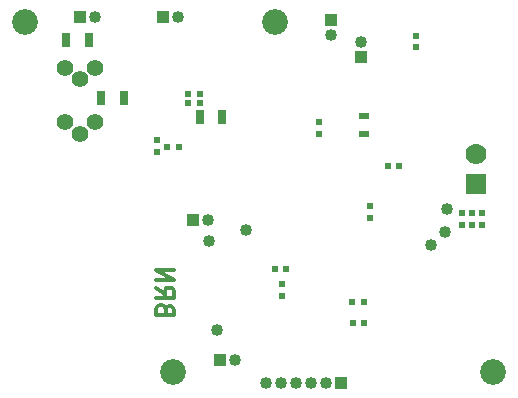
<source format=gbs>
G04 (created by PCBNEW (2013-may-18)-stable) date Tue 15 Oct 2013 04:41:00 PM EDT*
%MOIN*%
G04 Gerber Fmt 3.4, Leading zero omitted, Abs format*
%FSLAX34Y34*%
G01*
G70*
G90*
G04 APERTURE LIST*
%ADD10C,0.00590551*%
%ADD11C,0.011811*%
%ADD12R,0.0275591X0.0511811*%
%ADD13R,0.0354331X0.023622*%
%ADD14R,0.023622X0.019685*%
%ADD15R,0.019685X0.023622*%
%ADD16C,0.07*%
%ADD17R,0.07X0.07*%
%ADD18C,0.04*%
%ADD19R,0.04X0.04*%
%ADD20C,0.055*%
%ADD21C,0.086*%
G04 APERTURE END LIST*
G54D10*
G54D11*
X53290Y-44678D02*
X53262Y-44594D01*
X53234Y-44565D01*
X53177Y-44537D01*
X53093Y-44537D01*
X53037Y-44565D01*
X53009Y-44594D01*
X52980Y-44650D01*
X52980Y-44875D01*
X53571Y-44875D01*
X53571Y-44678D01*
X53543Y-44622D01*
X53515Y-44594D01*
X53459Y-44565D01*
X53402Y-44565D01*
X53346Y-44594D01*
X53318Y-44622D01*
X53290Y-44678D01*
X53290Y-44875D01*
X52980Y-43947D02*
X53262Y-44144D01*
X52980Y-44284D02*
X53571Y-44284D01*
X53571Y-44059D01*
X53543Y-44003D01*
X53515Y-43975D01*
X53459Y-43947D01*
X53374Y-43947D01*
X53318Y-43975D01*
X53290Y-44003D01*
X53262Y-44059D01*
X53262Y-44284D01*
X52980Y-43694D02*
X53571Y-43694D01*
X52980Y-43356D01*
X53571Y-43356D01*
G54D12*
X55188Y-38260D03*
X54439Y-38260D03*
X51904Y-37610D03*
X51155Y-37610D03*
X49975Y-35700D03*
X50724Y-35700D03*
G54D13*
X59900Y-38810D03*
X59900Y-38219D03*
G54D14*
X61645Y-35941D03*
X61645Y-35548D03*
X53000Y-39436D03*
X53000Y-39043D03*
X60100Y-41228D03*
X60100Y-41621D03*
X58395Y-38816D03*
X58395Y-38423D03*
X57170Y-43838D03*
X57170Y-44231D03*
G54D15*
X59518Y-44430D03*
X59911Y-44430D03*
X59523Y-45135D03*
X59916Y-45135D03*
X56928Y-43330D03*
X57321Y-43330D03*
X54048Y-37805D03*
X54441Y-37805D03*
X54048Y-37500D03*
X54441Y-37500D03*
X53333Y-39270D03*
X53726Y-39270D03*
X61086Y-39900D03*
X60693Y-39900D03*
G54D16*
X63652Y-39483D03*
G54D17*
X63652Y-40483D03*
G54D18*
X50940Y-34940D03*
G54D19*
X50440Y-34940D03*
G54D18*
X53719Y-34937D03*
G54D19*
X53219Y-34937D03*
G54D18*
X59816Y-35764D03*
G54D19*
X59816Y-36264D03*
G54D18*
X58820Y-35510D03*
G54D19*
X58820Y-35010D03*
G54D18*
X54700Y-41680D03*
G54D19*
X54200Y-41680D03*
G54D18*
X56625Y-47110D03*
X57125Y-47110D03*
X58125Y-47110D03*
X57625Y-47110D03*
X58625Y-47110D03*
G54D19*
X59125Y-47110D03*
G54D20*
X50437Y-37003D03*
X49937Y-36629D03*
X50937Y-36629D03*
X50437Y-38814D03*
X49937Y-38440D03*
X50937Y-38440D03*
G54D18*
X55960Y-42040D03*
X62138Y-42538D03*
X55020Y-45350D03*
X54740Y-42400D03*
X62614Y-42094D03*
X62670Y-41328D03*
X55615Y-46375D03*
G54D19*
X55115Y-46375D03*
G54D21*
X64220Y-46768D03*
X56948Y-35096D03*
X48614Y-35096D03*
X53550Y-46768D03*
G54D14*
X63156Y-41471D03*
X63156Y-41864D03*
X63496Y-41864D03*
X63496Y-41471D03*
X63826Y-41864D03*
X63826Y-41471D03*
M02*

</source>
